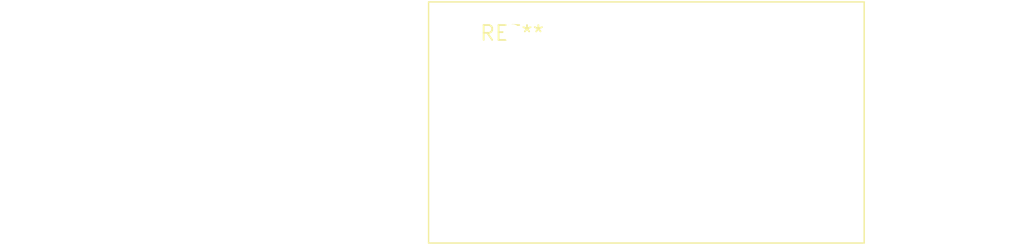
<source format=kicad_pcb>
(kicad_pcb (version 20240108) (generator pcbnew)
  (layers (0 "F.Cu" signal) (31 "B.Cu" signal) (34 "B.Paste" user) (35 "F.Paste" user) (36 "B.SilkS" user "B.Silkscreen") (37 "F.SilkS" user "F.Silkscreen") (38 "B.Mask" user) (39 "F.Mask" user) (44 "Edge.Cuts" user))
  (net 0 "")
  (footprint "L_CommonMode_Toroid_Vertical_L36.8mm_W20.3mm_Px15.24mm_Py22.86mm_Bourns_8100" (layer "F.Cu") (at 0 0)
    (property "Reference" "REF**")
    (property "Value" "L_CommonMode_Toroid_Vertical_L36.8mm_W20.3mm_Px15.24mm_Py22.86mm_Bourns_8100")
    (fp_line (start -7.105 -2.66) (end -7.105 17.9) (layer "F.SilkS") (stroke (width 0.12)))
    (fp_line (start -7.105 -2.66) (end 29.965 -2.66) (layer "F.SilkS") (stroke (width 0.12)))
    (fp_line (start -7.105 17.9) (end 29.965 17.9) (layer "F.SilkS") (stroke (width 0.12)))
    (fp_line (start 29.965 -2.66) (end 29.965 17.9) (layer "F.SilkS") (stroke (width 0.12)))
    (pad "1" thru_hole rect (at 0 0) (size 3 3) (drill 1.5) (layers *.Cu *.Mask) (remove_unused_layers))
    (pad "2" thru_hole circle (at 0 15.24) (size 3 3) (drill 1.5) (layers *.Cu *.Mask) (remove_unused_layers))
    (pad "3" thru_hole circle (at 22.86 15.24) (size 3 3) (drill 1.5) (layers *.Cu *.Mask) (remove_unused_layers))
    (pad "4" thru_hole circle (at 22.86 0) (size 3 3) (drill 1.5) (layers *.Cu *.Mask) (remove_unused_layers))
  )
)
</source>
